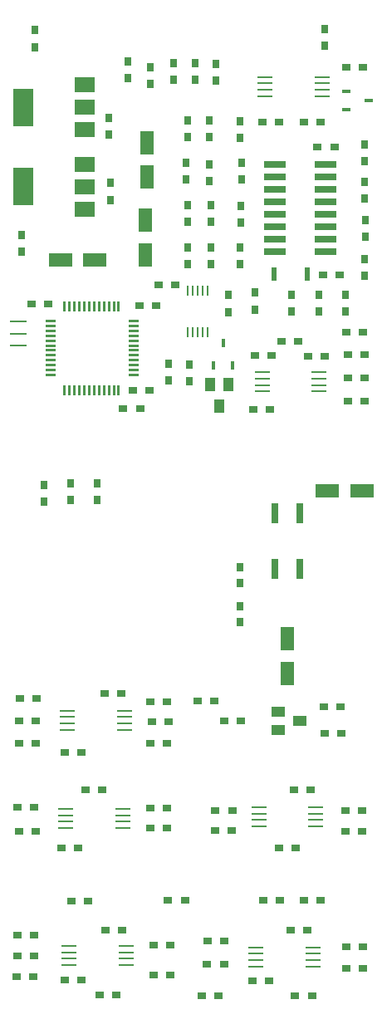
<source format=gtp>
G04 DipTrace 3.2.0.1*
G04 PlancksII_rohm.GTP*
%MOIN*%
G04 #@! TF.FileFunction,Paste,Top*
G04 #@! TF.Part,Single*
%AMOUTLINE0*
4,1,4,
-0.019685,-0.027559,
0.019685,-0.027559,
0.019685,0.027559,
-0.019685,0.027559,
-0.019685,-0.027559,
0*%
%AMOUTLINE1*
4,1,4,
-0.0395,0.0295,
-0.0395,-0.0295,
0.0395,-0.0295,
0.0395,0.0295,
-0.0395,0.0295,
0*%
%AMOUTLINE2*
4,1,4,
-0.0395,0.075,
-0.0395,-0.075,
0.0395,-0.075,
0.0395,0.075,
-0.0395,0.075,
0*%
%AMOUTLINE3*
4,1,4,
-0.004921,-0.019685,
0.004921,-0.019685,
0.004921,0.019685,
-0.004921,0.019685,
-0.004921,-0.019685,
0*%
%AMOUTLINE4*
4,1,4,
0.004921,0.019685,
-0.004921,0.019685,
-0.004921,-0.019685,
0.004921,-0.019685,
0.004921,0.019685,
0*%
%AMOUTLINE5*
4,1,4,
0.043307,-0.011811,
0.043307,0.011811,
-0.043307,0.011811,
-0.043307,-0.011811,
0.043307,-0.011811,
0*%
%AMOUTLINE8*
4,1,4,
-0.01378,0.016732,
-0.01378,-0.016732,
0.01378,-0.016732,
0.01378,0.016732,
-0.01378,0.016732,
0*%
%AMOUTLINE9*
4,1,4,
0.01378,-0.016732,
0.01378,0.016732,
-0.01378,0.016732,
-0.01378,-0.016732,
0.01378,-0.016732,
0*%
%AMOUTLINE10*
4,1,4,
0.027559,-0.019685,
0.027559,0.019685,
-0.027559,0.019685,
-0.027559,-0.019685,
0.027559,-0.019685,
0*%
%AMOUTLINE11*
4,1,4,
0.019685,-0.005,
0.019685,0.005,
-0.019685,0.005,
-0.019685,-0.005,
0.019685,-0.005,
0*%
%AMOUTLINE12*
4,1,4,
0.005,-0.019685,
0.005,0.019685,
-0.005,0.019685,
-0.005,-0.019685,
0.005,-0.019685,
0*%
%ADD70R,0.023496X0.054992*%
%ADD74R,0.07074X0.007748*%
%ADD92R,0.062866X0.007748*%
%ADD94R,0.033339X0.017591*%
%ADD96R,0.017591X0.033339*%
%ADD102R,0.03137X0.078614*%
%ADD104R,0.092394X0.054992*%
%ADD106R,0.054992X0.092394*%
%ADD108R,0.03137X0.035307*%
%ADD110R,0.035307X0.03137*%
%ADD117OUTLINE0*%
%ADD118OUTLINE1*%
%ADD119OUTLINE2*%
%ADD120OUTLINE3*%
%ADD121OUTLINE4*%
%ADD122OUTLINE5*%
%ADD125OUTLINE8*%
%ADD126OUTLINE9*%
%ADD127OUTLINE10*%
%ADD128OUTLINE11*%
%ADD129OUTLINE12*%
%FSLAX26Y26*%
G04*
G70*
G90*
G75*
G01*
G04 TopPaste*
%LPD*%
D110*
X938025Y2887000D3*
X1004955D3*
D108*
X848025Y3718000D3*
Y3651071D3*
D106*
X987776Y3569000D3*
Y3431205D3*
D104*
X646025Y3408500D3*
X783821D3*
D110*
X962776Y3225249D3*
X1029705D3*
D108*
X544025Y4331500D3*
Y4264571D3*
X1706525Y4337749D3*
Y4270820D3*
D110*
X598455Y3231500D3*
X531525D3*
D104*
X1719025Y2481500D3*
X1856821D3*
D108*
X1164990Y2989965D3*
Y2923035D3*
X1322025Y3268000D3*
Y3201071D3*
D110*
X1040025Y3310000D3*
X1106955D3*
D106*
X994025Y3881000D3*
Y3743205D3*
D108*
X842025Y3979000D3*
Y3912071D3*
X1244025Y3794000D3*
Y3727071D3*
X1150276Y3800249D3*
Y3733320D3*
X1250276Y3562751D3*
Y3629680D3*
X1156525Y3562751D3*
Y3629680D3*
D106*
X1556525Y1750249D3*
Y1888045D3*
D108*
X1869025Y3806500D3*
Y3873429D3*
D110*
X1006527Y1637749D3*
X1073456D3*
X1637025Y721000D3*
X1570096D3*
X1652025Y1282000D3*
X1585096D3*
X1679025Y3862000D3*
X1745955D3*
D108*
X1869025Y3412749D3*
Y3345820D3*
D110*
X1484025Y517000D3*
X1417096D3*
X815025Y1282000D3*
X748096D3*
X1706525Y3021500D3*
X1639596D3*
X1800276Y3029000D3*
X1867205D3*
X892205Y1669000D3*
X825276D3*
X893025Y718000D3*
X826096D3*
X1769025Y3349000D3*
X1702096D3*
X1592025Y1051000D3*
X1525096D3*
X548955Y1561000D3*
X482025D3*
X1269025Y1200249D3*
X1335955D3*
X1304705Y675249D3*
X1237776D3*
X717205Y1050249D3*
X650276D3*
D108*
X1369025Y3900251D3*
Y3967180D3*
Y3460930D3*
Y3394001D3*
D110*
X475276Y1212749D3*
X542205D3*
X729705Y519000D3*
X662776D3*
X542205Y700249D3*
X475276D3*
X729705Y1431500D3*
X662776D3*
X1487025Y2809000D3*
X1420096D3*
D117*
X1322025Y2908000D3*
X1247222D3*
X1284624Y2821386D3*
D102*
X1606525Y2393803D3*
X1506525D3*
Y2169000D3*
X1606525D3*
D118*
X744025Y3612749D3*
Y3702749D3*
Y3792749D3*
D119*
X496025Y3701749D3*
D96*
X1262025Y2986000D3*
X1336829D3*
X1299427Y3076551D3*
D120*
X1237776Y3287249D3*
X1218091D3*
X1198406D3*
X1178721D3*
X1159036D3*
D121*
Y3120864D3*
X1178721D3*
X1198406D3*
X1218091D3*
X1237776D3*
D118*
X744025Y3931500D3*
Y4021500D3*
Y4111500D3*
D119*
X496025Y4020500D3*
D94*
X1794025Y4087749D3*
Y4012946D3*
X1884577Y4050348D3*
D92*
X1469025Y4144000D3*
Y4118409D3*
Y4092819D3*
Y4067228D3*
X1697372D3*
Y4092819D3*
Y4118409D3*
Y4144000D3*
X675276Y1600249D3*
Y1574659D3*
Y1549068D3*
Y1523478D3*
X903623D3*
Y1549068D3*
Y1574659D3*
Y1600249D3*
X1444025Y1212749D3*
Y1187159D3*
Y1161568D3*
Y1135978D3*
X1672372D3*
Y1161568D3*
Y1187159D3*
Y1212749D3*
X1431525Y650249D3*
Y624659D3*
Y599068D3*
Y573478D3*
X1659872D3*
Y599068D3*
Y624659D3*
Y650249D3*
D122*
X1506525Y3794000D3*
Y3744000D3*
Y3694000D3*
Y3644000D3*
Y3594000D3*
Y3544000D3*
Y3494000D3*
Y3444000D3*
X1711250D3*
Y3494000D3*
Y3544000D3*
Y3594000D3*
Y3644000D3*
Y3694000D3*
Y3744000D3*
Y3794000D3*
D92*
X669025Y1206500D3*
Y1180909D3*
Y1155319D3*
Y1129728D3*
X897372D3*
Y1155319D3*
Y1180909D3*
Y1206500D3*
X681525Y656500D3*
Y630909D3*
Y605319D3*
Y579728D3*
X909872D3*
Y605319D3*
Y630909D3*
Y656500D3*
X1456525Y2958500D3*
Y2932909D3*
Y2907319D3*
Y2881728D3*
X1684872D3*
Y2907319D3*
Y2932909D3*
Y2958500D3*
D125*
X1369025Y1956500D3*
Y2019492D3*
D126*
Y2177366D3*
Y2114374D3*
D127*
X1520025Y1597000D3*
X1606640Y1559598D3*
X1520025Y1522197D3*
D108*
X489990Y3508714D3*
Y3441785D3*
X1271241Y4129535D3*
Y4196465D3*
X1187776Y4131751D3*
Y4198680D3*
X1006525Y4116751D3*
Y4183680D3*
X917025Y4138000D3*
Y4204929D3*
D110*
X899025Y2812000D3*
X965955D3*
D108*
X582200Y2507440D3*
Y2440510D3*
X689025Y2514181D3*
Y2447252D3*
X793885Y2511945D3*
Y2445016D3*
X1100276Y4131751D3*
Y4198680D3*
X1081525Y2925251D3*
Y2992180D3*
D110*
X1304025Y1558000D3*
X1370955D3*
D108*
X1244025Y3968999D3*
Y3902070D3*
X1156525Y3968999D3*
Y3902070D3*
X1250276Y3394001D3*
Y3460930D3*
X1156525Y3394001D3*
Y3460930D3*
D110*
X1198561Y1639465D3*
X1265490D3*
X1703025Y1615000D3*
X1769955D3*
X1772955Y1510000D3*
X1706025D3*
X1794025Y4181500D3*
X1860955D3*
X1625276Y3962749D3*
X1692205D3*
X1075275Y1468999D3*
X1008346D3*
X1012775Y1556499D3*
X1079704D3*
X484096Y1648000D3*
X551025D3*
X1856525Y1200249D3*
X1789596D3*
X1859955Y652000D3*
X1793025D3*
D108*
X1791811Y3204285D3*
Y3271214D3*
X1869025Y3723429D3*
Y3656500D3*
X1871241Y3504285D3*
Y3571214D3*
X1683741Y3204285D3*
Y3271214D3*
D110*
X1073025Y1210000D3*
X1006096D3*
X1088955Y658000D3*
X1022025D3*
X1794025Y3119000D3*
X1860955D3*
X1869025Y2935249D3*
X1802096D3*
X1600276Y3081500D3*
X1533347D3*
X1869025Y2841500D3*
X1802096D3*
X548955Y1468000D3*
X482025D3*
X1691025Y838000D3*
X1624096D3*
X692025Y835000D3*
X758955D3*
X1079025Y838000D3*
X1145955D3*
X1459096D3*
X1526025D3*
X1589025Y457000D3*
X1655955D3*
X1266811Y1121215D3*
X1333741D3*
X1791811Y1114965D3*
X1858741D3*
X1212776Y456500D3*
X1279705D3*
X1302490Y583715D3*
X1235561D3*
X1862025Y565000D3*
X1795096D3*
D108*
X1575276Y3203500D3*
Y3270429D3*
X1375276Y3800249D3*
Y3733320D3*
X1371241Y3560535D3*
Y3627465D3*
X1427025Y3211000D3*
Y3277929D3*
D110*
X804311Y458715D3*
X871241D3*
X479311Y1114965D3*
X546241D3*
X1073025Y1129000D3*
X1006096D3*
X470847Y531500D3*
X537776D3*
X539990Y614965D3*
X473061D3*
X1088025Y541000D3*
X1021096D3*
X1492712Y3026890D3*
X1425783D3*
X1456525Y3962749D3*
X1523455D3*
D74*
X476025Y3067000D3*
Y3114507D3*
Y3162013D3*
D128*
X606525Y3162749D3*
Y3143064D3*
Y3123379D3*
Y3103694D3*
Y3084009D3*
Y3064324D3*
Y3044639D3*
Y3024954D3*
Y3005269D3*
Y2985584D3*
Y2965899D3*
Y2946214D3*
D129*
X665581Y2887159D3*
X685266D3*
X704951D3*
X724636D3*
X744321D3*
X764006D3*
X783691D3*
X803376D3*
X823061D3*
X842746D3*
X862431D3*
X882116D3*
D128*
X941171Y2946214D3*
Y2965899D3*
Y2985584D3*
Y3005269D3*
Y3024954D3*
Y3044639D3*
Y3064324D3*
Y3084009D3*
Y3103694D3*
Y3123379D3*
Y3143064D3*
Y3162749D3*
D129*
X882116Y3221804D3*
X862431D3*
X842746D3*
X823061D3*
X803376D3*
X783691D3*
X764006D3*
X744321D3*
X724636D3*
X704951D3*
X685266D3*
X665581D3*
D70*
X1504096Y3352929D3*
X1637955D3*
M02*

</source>
